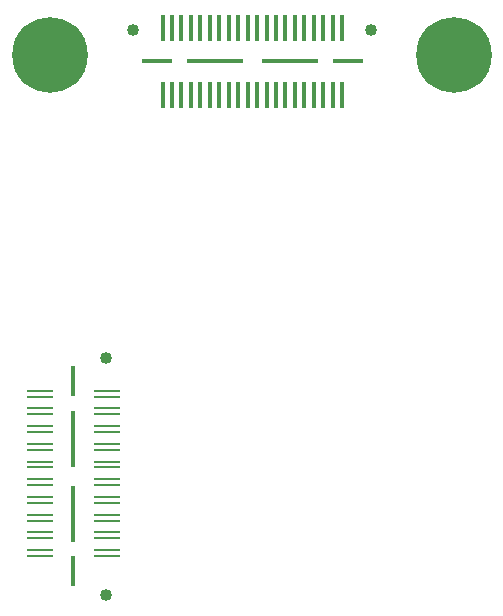
<source format=gbr>
%TF.GenerationSoftware,KiCad,Pcbnew,7.0.1*%
%TF.CreationDate,2023-08-08T21:16:00-04:00*%
%TF.ProjectId,syzygy-txr-to-std,73797a79-6779-42d7-9478-722d746f2d73,rev?*%
%TF.SameCoordinates,Original*%
%TF.FileFunction,Soldermask,Top*%
%TF.FilePolarity,Negative*%
%FSLAX46Y46*%
G04 Gerber Fmt 4.6, Leading zero omitted, Abs format (unit mm)*
G04 Created by KiCad (PCBNEW 7.0.1) date 2023-08-08 21:16:00*
%MOMM*%
%LPD*%
G01*
G04 APERTURE LIST*
%ADD10C,1.020000*%
%ADD11R,2.270000X0.280000*%
%ADD12R,0.430000X2.540000*%
%ADD13R,0.430000X4.700000*%
%ADD14C,6.400000*%
%ADD15R,0.410000X2.270000*%
%ADD16R,2.540000X0.430000*%
%ADD17R,4.700000X0.430000*%
G04 APERTURE END LIST*
D10*
%TO.C,J1*%
X142638000Y-94007800D03*
X142638000Y-114137800D03*
D11*
X137008000Y-96812800D03*
X142748000Y-96812800D03*
X137008000Y-97312800D03*
X142748000Y-97312800D03*
X137008000Y-98312800D03*
X142748000Y-98312800D03*
X137008000Y-98812800D03*
X142748000Y-98812800D03*
X137008000Y-99812800D03*
X142748000Y-99812800D03*
X137008000Y-100312800D03*
X142748000Y-100312800D03*
X137008000Y-101312800D03*
X142748000Y-101312800D03*
X137008000Y-101812800D03*
X142748000Y-101812800D03*
X137008000Y-102812800D03*
X142748000Y-102812800D03*
X137008000Y-103312800D03*
X142748000Y-103312800D03*
X137008000Y-104312800D03*
X142748000Y-104312800D03*
X137008000Y-104812800D03*
X142748000Y-104812800D03*
X137008000Y-105812800D03*
X142748000Y-105812800D03*
X137008000Y-106312800D03*
X142748000Y-106312800D03*
X137008000Y-107312800D03*
X142748000Y-107312800D03*
X137008000Y-107812800D03*
X142748000Y-107812800D03*
X137008000Y-108812800D03*
X142748000Y-108812800D03*
X137008000Y-109312800D03*
X142748000Y-109312800D03*
X137008000Y-110312800D03*
X142748000Y-110312800D03*
X137008000Y-110812800D03*
X142748000Y-110812800D03*
D12*
X139878000Y-95992800D03*
D13*
X139878000Y-100882800D03*
X139878000Y-107232800D03*
D12*
X139878000Y-112122800D03*
%TD*%
D14*
%TO.C,H2*%
X137871201Y-68401399D03*
%TD*%
D10*
%TO.C,J2*%
X144956601Y-66274999D03*
X165086601Y-66274999D03*
D15*
X147421601Y-71804999D03*
X147421601Y-66074999D03*
X148221601Y-71804999D03*
X148221601Y-66074999D03*
X149021601Y-71804999D03*
X149021601Y-66074999D03*
X149821601Y-71804999D03*
X149821601Y-66074999D03*
X150621601Y-71804999D03*
X150621601Y-66074999D03*
X151421601Y-71804999D03*
X151421601Y-66074999D03*
X152221601Y-71804999D03*
X152221601Y-66074999D03*
X153021601Y-71804999D03*
X153021601Y-66074999D03*
X153821601Y-71804999D03*
X153821601Y-66074999D03*
X154621601Y-71804999D03*
X154621601Y-66074999D03*
X155421601Y-71804999D03*
X155421601Y-66074999D03*
X156221601Y-71804999D03*
X156221601Y-66074999D03*
X157021601Y-71804999D03*
X157021601Y-66074999D03*
X157821601Y-71804999D03*
X157821601Y-66074999D03*
X158621601Y-71804999D03*
X158621601Y-66074999D03*
X159421601Y-71804999D03*
X159421601Y-66074999D03*
X160221601Y-71804999D03*
X160221601Y-66074999D03*
X161021601Y-71804999D03*
X161021601Y-66074999D03*
X161821601Y-71804999D03*
X161821601Y-66074999D03*
X162621601Y-71804999D03*
X162621601Y-66074999D03*
D16*
X146951601Y-68939999D03*
D17*
X151841601Y-68939999D03*
X158191601Y-68939999D03*
D16*
X163081601Y-68939999D03*
%TD*%
D14*
%TO.C,H1*%
X172059601Y-68401399D03*
%TD*%
M02*

</source>
